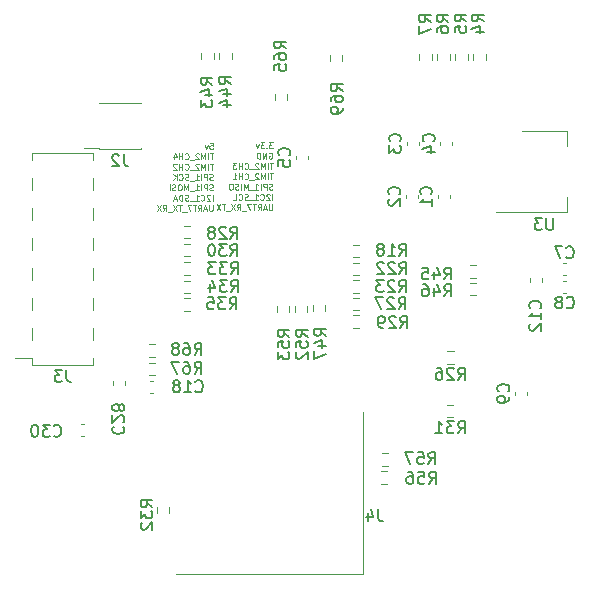
<source format=gbr>
%TF.GenerationSoftware,KiCad,Pcbnew,(5.1.8-0-10_14)*%
%TF.CreationDate,2021-03-06T23:06:48+08:00*%
%TF.ProjectId,upper_board,75707065-725f-4626-9f61-72642e6b6963,v0.1.3*%
%TF.SameCoordinates,Original*%
%TF.FileFunction,Legend,Bot*%
%TF.FilePolarity,Positive*%
%FSLAX46Y46*%
G04 Gerber Fmt 4.6, Leading zero omitted, Abs format (unit mm)*
G04 Created by KiCad (PCBNEW (5.1.8-0-10_14)) date 2021-03-06 23:06:48*
%MOMM*%
%LPD*%
G01*
G04 APERTURE LIST*
%ADD10C,0.125000*%
%ADD11C,0.120000*%
%ADD12C,0.150000*%
G04 APERTURE END LIST*
D10*
X137517321Y-73141190D02*
X137207797Y-73141190D01*
X137374464Y-73331666D01*
X137303035Y-73331666D01*
X137255416Y-73355476D01*
X137231607Y-73379285D01*
X137207797Y-73426904D01*
X137207797Y-73545952D01*
X137231607Y-73593571D01*
X137255416Y-73617380D01*
X137303035Y-73641190D01*
X137445892Y-73641190D01*
X137493511Y-73617380D01*
X137517321Y-73593571D01*
X136993511Y-73593571D02*
X136969702Y-73617380D01*
X136993511Y-73641190D01*
X137017321Y-73617380D01*
X136993511Y-73593571D01*
X136993511Y-73641190D01*
X136803035Y-73141190D02*
X136493511Y-73141190D01*
X136660178Y-73331666D01*
X136588750Y-73331666D01*
X136541130Y-73355476D01*
X136517321Y-73379285D01*
X136493511Y-73426904D01*
X136493511Y-73545952D01*
X136517321Y-73593571D01*
X136541130Y-73617380D01*
X136588750Y-73641190D01*
X136731607Y-73641190D01*
X136779226Y-73617380D01*
X136803035Y-73593571D01*
X136326845Y-73307857D02*
X136207797Y-73641190D01*
X136088750Y-73307857D01*
X137207797Y-74040000D02*
X137255416Y-74016190D01*
X137326845Y-74016190D01*
X137398273Y-74040000D01*
X137445892Y-74087619D01*
X137469702Y-74135238D01*
X137493511Y-74230476D01*
X137493511Y-74301904D01*
X137469702Y-74397142D01*
X137445892Y-74444761D01*
X137398273Y-74492380D01*
X137326845Y-74516190D01*
X137279226Y-74516190D01*
X137207797Y-74492380D01*
X137183988Y-74468571D01*
X137183988Y-74301904D01*
X137279226Y-74301904D01*
X136969702Y-74516190D02*
X136969702Y-74016190D01*
X136683988Y-74516190D01*
X136683988Y-74016190D01*
X136445892Y-74516190D02*
X136445892Y-74016190D01*
X136326845Y-74016190D01*
X136255416Y-74040000D01*
X136207797Y-74087619D01*
X136183988Y-74135238D01*
X136160178Y-74230476D01*
X136160178Y-74301904D01*
X136183988Y-74397142D01*
X136207797Y-74444761D01*
X136255416Y-74492380D01*
X136326845Y-74516190D01*
X136445892Y-74516190D01*
X137541130Y-74891190D02*
X137255416Y-74891190D01*
X137398273Y-75391190D02*
X137398273Y-74891190D01*
X137088750Y-75391190D02*
X137088750Y-74891190D01*
X136850654Y-75391190D02*
X136850654Y-74891190D01*
X136683988Y-75248333D01*
X136517321Y-74891190D01*
X136517321Y-75391190D01*
X136303035Y-74938809D02*
X136279226Y-74915000D01*
X136231607Y-74891190D01*
X136112559Y-74891190D01*
X136064940Y-74915000D01*
X136041130Y-74938809D01*
X136017321Y-74986428D01*
X136017321Y-75034047D01*
X136041130Y-75105476D01*
X136326845Y-75391190D01*
X136017321Y-75391190D01*
X135922083Y-75438809D02*
X135541130Y-75438809D01*
X135136369Y-75343571D02*
X135160178Y-75367380D01*
X135231607Y-75391190D01*
X135279226Y-75391190D01*
X135350654Y-75367380D01*
X135398273Y-75319761D01*
X135422083Y-75272142D01*
X135445892Y-75176904D01*
X135445892Y-75105476D01*
X135422083Y-75010238D01*
X135398273Y-74962619D01*
X135350654Y-74915000D01*
X135279226Y-74891190D01*
X135231607Y-74891190D01*
X135160178Y-74915000D01*
X135136369Y-74938809D01*
X134922083Y-75391190D02*
X134922083Y-74891190D01*
X134922083Y-75129285D02*
X134636369Y-75129285D01*
X134636369Y-75391190D02*
X134636369Y-74891190D01*
X134445892Y-74891190D02*
X134136369Y-74891190D01*
X134303035Y-75081666D01*
X134231607Y-75081666D01*
X134183988Y-75105476D01*
X134160178Y-75129285D01*
X134136369Y-75176904D01*
X134136369Y-75295952D01*
X134160178Y-75343571D01*
X134183988Y-75367380D01*
X134231607Y-75391190D01*
X134374464Y-75391190D01*
X134422083Y-75367380D01*
X134445892Y-75343571D01*
X137541130Y-75766190D02*
X137255416Y-75766190D01*
X137398273Y-76266190D02*
X137398273Y-75766190D01*
X137088750Y-76266190D02*
X137088750Y-75766190D01*
X136850654Y-76266190D02*
X136850654Y-75766190D01*
X136683988Y-76123333D01*
X136517321Y-75766190D01*
X136517321Y-76266190D01*
X136303035Y-75813809D02*
X136279226Y-75790000D01*
X136231607Y-75766190D01*
X136112559Y-75766190D01*
X136064940Y-75790000D01*
X136041130Y-75813809D01*
X136017321Y-75861428D01*
X136017321Y-75909047D01*
X136041130Y-75980476D01*
X136326845Y-76266190D01*
X136017321Y-76266190D01*
X135922083Y-76313809D02*
X135541130Y-76313809D01*
X135136369Y-76218571D02*
X135160178Y-76242380D01*
X135231607Y-76266190D01*
X135279226Y-76266190D01*
X135350654Y-76242380D01*
X135398273Y-76194761D01*
X135422083Y-76147142D01*
X135445892Y-76051904D01*
X135445892Y-75980476D01*
X135422083Y-75885238D01*
X135398273Y-75837619D01*
X135350654Y-75790000D01*
X135279226Y-75766190D01*
X135231607Y-75766190D01*
X135160178Y-75790000D01*
X135136369Y-75813809D01*
X134922083Y-76266190D02*
X134922083Y-75766190D01*
X134922083Y-76004285D02*
X134636369Y-76004285D01*
X134636369Y-76266190D02*
X134636369Y-75766190D01*
X134136369Y-76266190D02*
X134422083Y-76266190D01*
X134279226Y-76266190D02*
X134279226Y-75766190D01*
X134326845Y-75837619D01*
X134374464Y-75885238D01*
X134422083Y-75909047D01*
X137493511Y-77117380D02*
X137422083Y-77141190D01*
X137303035Y-77141190D01*
X137255416Y-77117380D01*
X137231607Y-77093571D01*
X137207797Y-77045952D01*
X137207797Y-76998333D01*
X137231607Y-76950714D01*
X137255416Y-76926904D01*
X137303035Y-76903095D01*
X137398273Y-76879285D01*
X137445892Y-76855476D01*
X137469702Y-76831666D01*
X137493511Y-76784047D01*
X137493511Y-76736428D01*
X137469702Y-76688809D01*
X137445892Y-76665000D01*
X137398273Y-76641190D01*
X137279226Y-76641190D01*
X137207797Y-76665000D01*
X136993511Y-77141190D02*
X136993511Y-76641190D01*
X136803035Y-76641190D01*
X136755416Y-76665000D01*
X136731607Y-76688809D01*
X136707797Y-76736428D01*
X136707797Y-76807857D01*
X136731607Y-76855476D01*
X136755416Y-76879285D01*
X136803035Y-76903095D01*
X136993511Y-76903095D01*
X136493511Y-77141190D02*
X136493511Y-76641190D01*
X135993511Y-77141190D02*
X136279226Y-77141190D01*
X136136369Y-77141190D02*
X136136369Y-76641190D01*
X136183988Y-76712619D01*
X136231607Y-76760238D01*
X136279226Y-76784047D01*
X135898273Y-77188809D02*
X135517321Y-77188809D01*
X135398273Y-77141190D02*
X135398273Y-76641190D01*
X135231607Y-76998333D01*
X135064940Y-76641190D01*
X135064940Y-77141190D01*
X134826845Y-77141190D02*
X134826845Y-76641190D01*
X134612559Y-77117380D02*
X134541130Y-77141190D01*
X134422083Y-77141190D01*
X134374464Y-77117380D01*
X134350654Y-77093571D01*
X134326845Y-77045952D01*
X134326845Y-76998333D01*
X134350654Y-76950714D01*
X134374464Y-76926904D01*
X134422083Y-76903095D01*
X134517321Y-76879285D01*
X134564940Y-76855476D01*
X134588750Y-76831666D01*
X134612559Y-76784047D01*
X134612559Y-76736428D01*
X134588750Y-76688809D01*
X134564940Y-76665000D01*
X134517321Y-76641190D01*
X134398273Y-76641190D01*
X134326845Y-76665000D01*
X134017321Y-76641190D02*
X133922083Y-76641190D01*
X133874464Y-76665000D01*
X133826845Y-76712619D01*
X133803035Y-76807857D01*
X133803035Y-76974523D01*
X133826845Y-77069761D01*
X133874464Y-77117380D01*
X133922083Y-77141190D01*
X134017321Y-77141190D01*
X134064940Y-77117380D01*
X134112559Y-77069761D01*
X134136369Y-76974523D01*
X134136369Y-76807857D01*
X134112559Y-76712619D01*
X134064940Y-76665000D01*
X134017321Y-76641190D01*
X137469702Y-78016190D02*
X137469702Y-77516190D01*
X137255416Y-77563809D02*
X137231607Y-77540000D01*
X137183988Y-77516190D01*
X137064940Y-77516190D01*
X137017321Y-77540000D01*
X136993511Y-77563809D01*
X136969702Y-77611428D01*
X136969702Y-77659047D01*
X136993511Y-77730476D01*
X137279226Y-78016190D01*
X136969702Y-78016190D01*
X136469702Y-77968571D02*
X136493511Y-77992380D01*
X136564940Y-78016190D01*
X136612559Y-78016190D01*
X136683988Y-77992380D01*
X136731607Y-77944761D01*
X136755416Y-77897142D01*
X136779226Y-77801904D01*
X136779226Y-77730476D01*
X136755416Y-77635238D01*
X136731607Y-77587619D01*
X136683988Y-77540000D01*
X136612559Y-77516190D01*
X136564940Y-77516190D01*
X136493511Y-77540000D01*
X136469702Y-77563809D01*
X135993511Y-78016190D02*
X136279226Y-78016190D01*
X136136369Y-78016190D02*
X136136369Y-77516190D01*
X136183988Y-77587619D01*
X136231607Y-77635238D01*
X136279226Y-77659047D01*
X135898273Y-78063809D02*
X135517321Y-78063809D01*
X135422083Y-77992380D02*
X135350654Y-78016190D01*
X135231607Y-78016190D01*
X135183988Y-77992380D01*
X135160178Y-77968571D01*
X135136369Y-77920952D01*
X135136369Y-77873333D01*
X135160178Y-77825714D01*
X135183988Y-77801904D01*
X135231607Y-77778095D01*
X135326845Y-77754285D01*
X135374464Y-77730476D01*
X135398273Y-77706666D01*
X135422083Y-77659047D01*
X135422083Y-77611428D01*
X135398273Y-77563809D01*
X135374464Y-77540000D01*
X135326845Y-77516190D01*
X135207797Y-77516190D01*
X135136369Y-77540000D01*
X134636369Y-77968571D02*
X134660178Y-77992380D01*
X134731607Y-78016190D01*
X134779226Y-78016190D01*
X134850654Y-77992380D01*
X134898273Y-77944761D01*
X134922083Y-77897142D01*
X134945892Y-77801904D01*
X134945892Y-77730476D01*
X134922083Y-77635238D01*
X134898273Y-77587619D01*
X134850654Y-77540000D01*
X134779226Y-77516190D01*
X134731607Y-77516190D01*
X134660178Y-77540000D01*
X134636369Y-77563809D01*
X134183988Y-78016190D02*
X134422083Y-78016190D01*
X134422083Y-77516190D01*
X137469702Y-78391190D02*
X137469702Y-78795952D01*
X137445892Y-78843571D01*
X137422083Y-78867380D01*
X137374464Y-78891190D01*
X137279226Y-78891190D01*
X137231607Y-78867380D01*
X137207797Y-78843571D01*
X137183988Y-78795952D01*
X137183988Y-78391190D01*
X136969702Y-78748333D02*
X136731607Y-78748333D01*
X137017321Y-78891190D02*
X136850654Y-78391190D01*
X136683988Y-78891190D01*
X136231607Y-78891190D02*
X136398273Y-78653095D01*
X136517321Y-78891190D02*
X136517321Y-78391190D01*
X136326845Y-78391190D01*
X136279226Y-78415000D01*
X136255416Y-78438809D01*
X136231607Y-78486428D01*
X136231607Y-78557857D01*
X136255416Y-78605476D01*
X136279226Y-78629285D01*
X136326845Y-78653095D01*
X136517321Y-78653095D01*
X136088750Y-78391190D02*
X135803035Y-78391190D01*
X135945892Y-78891190D02*
X135945892Y-78391190D01*
X135683988Y-78391190D02*
X135350654Y-78391190D01*
X135564940Y-78891190D01*
X135279226Y-78938809D02*
X134898273Y-78938809D01*
X134493511Y-78891190D02*
X134660178Y-78653095D01*
X134779226Y-78891190D02*
X134779226Y-78391190D01*
X134588750Y-78391190D01*
X134541130Y-78415000D01*
X134517321Y-78438809D01*
X134493511Y-78486428D01*
X134493511Y-78557857D01*
X134517321Y-78605476D01*
X134541130Y-78629285D01*
X134588750Y-78653095D01*
X134779226Y-78653095D01*
X134326845Y-78391190D02*
X133993511Y-78891190D01*
X133993511Y-78391190D02*
X134326845Y-78891190D01*
X133922083Y-78938809D02*
X133541130Y-78938809D01*
X133493511Y-78391190D02*
X133207797Y-78391190D01*
X133350654Y-78891190D02*
X133350654Y-78391190D01*
X133088750Y-78391190D02*
X132755416Y-78891190D01*
X132755416Y-78391190D02*
X133088750Y-78891190D01*
X132181607Y-73211190D02*
X132419702Y-73211190D01*
X132443511Y-73449285D01*
X132419702Y-73425476D01*
X132372083Y-73401666D01*
X132253035Y-73401666D01*
X132205416Y-73425476D01*
X132181607Y-73449285D01*
X132157797Y-73496904D01*
X132157797Y-73615952D01*
X132181607Y-73663571D01*
X132205416Y-73687380D01*
X132253035Y-73711190D01*
X132372083Y-73711190D01*
X132419702Y-73687380D01*
X132443511Y-73663571D01*
X131991130Y-73377857D02*
X131872083Y-73711190D01*
X131753035Y-73377857D01*
X132491130Y-74086190D02*
X132205416Y-74086190D01*
X132348273Y-74586190D02*
X132348273Y-74086190D01*
X132038750Y-74586190D02*
X132038750Y-74086190D01*
X131800654Y-74586190D02*
X131800654Y-74086190D01*
X131633988Y-74443333D01*
X131467321Y-74086190D01*
X131467321Y-74586190D01*
X131253035Y-74133809D02*
X131229226Y-74110000D01*
X131181607Y-74086190D01*
X131062559Y-74086190D01*
X131014940Y-74110000D01*
X130991130Y-74133809D01*
X130967321Y-74181428D01*
X130967321Y-74229047D01*
X130991130Y-74300476D01*
X131276845Y-74586190D01*
X130967321Y-74586190D01*
X130872083Y-74633809D02*
X130491130Y-74633809D01*
X130086369Y-74538571D02*
X130110178Y-74562380D01*
X130181607Y-74586190D01*
X130229226Y-74586190D01*
X130300654Y-74562380D01*
X130348273Y-74514761D01*
X130372083Y-74467142D01*
X130395892Y-74371904D01*
X130395892Y-74300476D01*
X130372083Y-74205238D01*
X130348273Y-74157619D01*
X130300654Y-74110000D01*
X130229226Y-74086190D01*
X130181607Y-74086190D01*
X130110178Y-74110000D01*
X130086369Y-74133809D01*
X129872083Y-74586190D02*
X129872083Y-74086190D01*
X129872083Y-74324285D02*
X129586369Y-74324285D01*
X129586369Y-74586190D02*
X129586369Y-74086190D01*
X129133988Y-74252857D02*
X129133988Y-74586190D01*
X129253035Y-74062380D02*
X129372083Y-74419523D01*
X129062559Y-74419523D01*
X132491130Y-74961190D02*
X132205416Y-74961190D01*
X132348273Y-75461190D02*
X132348273Y-74961190D01*
X132038750Y-75461190D02*
X132038750Y-74961190D01*
X131800654Y-75461190D02*
X131800654Y-74961190D01*
X131633988Y-75318333D01*
X131467321Y-74961190D01*
X131467321Y-75461190D01*
X131253035Y-75008809D02*
X131229226Y-74985000D01*
X131181607Y-74961190D01*
X131062559Y-74961190D01*
X131014940Y-74985000D01*
X130991130Y-75008809D01*
X130967321Y-75056428D01*
X130967321Y-75104047D01*
X130991130Y-75175476D01*
X131276845Y-75461190D01*
X130967321Y-75461190D01*
X130872083Y-75508809D02*
X130491130Y-75508809D01*
X130086369Y-75413571D02*
X130110178Y-75437380D01*
X130181607Y-75461190D01*
X130229226Y-75461190D01*
X130300654Y-75437380D01*
X130348273Y-75389761D01*
X130372083Y-75342142D01*
X130395892Y-75246904D01*
X130395892Y-75175476D01*
X130372083Y-75080238D01*
X130348273Y-75032619D01*
X130300654Y-74985000D01*
X130229226Y-74961190D01*
X130181607Y-74961190D01*
X130110178Y-74985000D01*
X130086369Y-75008809D01*
X129872083Y-75461190D02*
X129872083Y-74961190D01*
X129872083Y-75199285D02*
X129586369Y-75199285D01*
X129586369Y-75461190D02*
X129586369Y-74961190D01*
X129372083Y-75008809D02*
X129348273Y-74985000D01*
X129300654Y-74961190D01*
X129181607Y-74961190D01*
X129133988Y-74985000D01*
X129110178Y-75008809D01*
X129086369Y-75056428D01*
X129086369Y-75104047D01*
X129110178Y-75175476D01*
X129395892Y-75461190D01*
X129086369Y-75461190D01*
X132443511Y-76312380D02*
X132372083Y-76336190D01*
X132253035Y-76336190D01*
X132205416Y-76312380D01*
X132181607Y-76288571D01*
X132157797Y-76240952D01*
X132157797Y-76193333D01*
X132181607Y-76145714D01*
X132205416Y-76121904D01*
X132253035Y-76098095D01*
X132348273Y-76074285D01*
X132395892Y-76050476D01*
X132419702Y-76026666D01*
X132443511Y-75979047D01*
X132443511Y-75931428D01*
X132419702Y-75883809D01*
X132395892Y-75860000D01*
X132348273Y-75836190D01*
X132229226Y-75836190D01*
X132157797Y-75860000D01*
X131943511Y-76336190D02*
X131943511Y-75836190D01*
X131753035Y-75836190D01*
X131705416Y-75860000D01*
X131681607Y-75883809D01*
X131657797Y-75931428D01*
X131657797Y-76002857D01*
X131681607Y-76050476D01*
X131705416Y-76074285D01*
X131753035Y-76098095D01*
X131943511Y-76098095D01*
X131443511Y-76336190D02*
X131443511Y-75836190D01*
X130943511Y-76336190D02*
X131229226Y-76336190D01*
X131086369Y-76336190D02*
X131086369Y-75836190D01*
X131133988Y-75907619D01*
X131181607Y-75955238D01*
X131229226Y-75979047D01*
X130848273Y-76383809D02*
X130467321Y-76383809D01*
X130372083Y-76312380D02*
X130300654Y-76336190D01*
X130181607Y-76336190D01*
X130133988Y-76312380D01*
X130110178Y-76288571D01*
X130086369Y-76240952D01*
X130086369Y-76193333D01*
X130110178Y-76145714D01*
X130133988Y-76121904D01*
X130181607Y-76098095D01*
X130276845Y-76074285D01*
X130324464Y-76050476D01*
X130348273Y-76026666D01*
X130372083Y-75979047D01*
X130372083Y-75931428D01*
X130348273Y-75883809D01*
X130324464Y-75860000D01*
X130276845Y-75836190D01*
X130157797Y-75836190D01*
X130086369Y-75860000D01*
X129586369Y-76288571D02*
X129610178Y-76312380D01*
X129681607Y-76336190D01*
X129729226Y-76336190D01*
X129800654Y-76312380D01*
X129848273Y-76264761D01*
X129872083Y-76217142D01*
X129895892Y-76121904D01*
X129895892Y-76050476D01*
X129872083Y-75955238D01*
X129848273Y-75907619D01*
X129800654Y-75860000D01*
X129729226Y-75836190D01*
X129681607Y-75836190D01*
X129610178Y-75860000D01*
X129586369Y-75883809D01*
X129372083Y-76336190D02*
X129372083Y-75836190D01*
X129086369Y-76336190D02*
X129300654Y-76050476D01*
X129086369Y-75836190D02*
X129372083Y-76121904D01*
X132443511Y-77187380D02*
X132372083Y-77211190D01*
X132253035Y-77211190D01*
X132205416Y-77187380D01*
X132181607Y-77163571D01*
X132157797Y-77115952D01*
X132157797Y-77068333D01*
X132181607Y-77020714D01*
X132205416Y-76996904D01*
X132253035Y-76973095D01*
X132348273Y-76949285D01*
X132395892Y-76925476D01*
X132419702Y-76901666D01*
X132443511Y-76854047D01*
X132443511Y-76806428D01*
X132419702Y-76758809D01*
X132395892Y-76735000D01*
X132348273Y-76711190D01*
X132229226Y-76711190D01*
X132157797Y-76735000D01*
X131943511Y-77211190D02*
X131943511Y-76711190D01*
X131753035Y-76711190D01*
X131705416Y-76735000D01*
X131681607Y-76758809D01*
X131657797Y-76806428D01*
X131657797Y-76877857D01*
X131681607Y-76925476D01*
X131705416Y-76949285D01*
X131753035Y-76973095D01*
X131943511Y-76973095D01*
X131443511Y-77211190D02*
X131443511Y-76711190D01*
X130943511Y-77211190D02*
X131229226Y-77211190D01*
X131086369Y-77211190D02*
X131086369Y-76711190D01*
X131133988Y-76782619D01*
X131181607Y-76830238D01*
X131229226Y-76854047D01*
X130848273Y-77258809D02*
X130467321Y-77258809D01*
X130348273Y-77211190D02*
X130348273Y-76711190D01*
X130181607Y-77068333D01*
X130014940Y-76711190D01*
X130014940Y-77211190D01*
X129681607Y-76711190D02*
X129586369Y-76711190D01*
X129538750Y-76735000D01*
X129491130Y-76782619D01*
X129467321Y-76877857D01*
X129467321Y-77044523D01*
X129491130Y-77139761D01*
X129538750Y-77187380D01*
X129586369Y-77211190D01*
X129681607Y-77211190D01*
X129729226Y-77187380D01*
X129776845Y-77139761D01*
X129800654Y-77044523D01*
X129800654Y-76877857D01*
X129776845Y-76782619D01*
X129729226Y-76735000D01*
X129681607Y-76711190D01*
X129276845Y-77187380D02*
X129205416Y-77211190D01*
X129086369Y-77211190D01*
X129038750Y-77187380D01*
X129014940Y-77163571D01*
X128991130Y-77115952D01*
X128991130Y-77068333D01*
X129014940Y-77020714D01*
X129038750Y-76996904D01*
X129086369Y-76973095D01*
X129181607Y-76949285D01*
X129229226Y-76925476D01*
X129253035Y-76901666D01*
X129276845Y-76854047D01*
X129276845Y-76806428D01*
X129253035Y-76758809D01*
X129229226Y-76735000D01*
X129181607Y-76711190D01*
X129062559Y-76711190D01*
X128991130Y-76735000D01*
X128776845Y-77211190D02*
X128776845Y-76711190D01*
X132419702Y-78086190D02*
X132419702Y-77586190D01*
X132205416Y-77633809D02*
X132181607Y-77610000D01*
X132133988Y-77586190D01*
X132014940Y-77586190D01*
X131967321Y-77610000D01*
X131943511Y-77633809D01*
X131919702Y-77681428D01*
X131919702Y-77729047D01*
X131943511Y-77800476D01*
X132229226Y-78086190D01*
X131919702Y-78086190D01*
X131419702Y-78038571D02*
X131443511Y-78062380D01*
X131514940Y-78086190D01*
X131562559Y-78086190D01*
X131633988Y-78062380D01*
X131681607Y-78014761D01*
X131705416Y-77967142D01*
X131729226Y-77871904D01*
X131729226Y-77800476D01*
X131705416Y-77705238D01*
X131681607Y-77657619D01*
X131633988Y-77610000D01*
X131562559Y-77586190D01*
X131514940Y-77586190D01*
X131443511Y-77610000D01*
X131419702Y-77633809D01*
X130943511Y-78086190D02*
X131229226Y-78086190D01*
X131086369Y-78086190D02*
X131086369Y-77586190D01*
X131133988Y-77657619D01*
X131181607Y-77705238D01*
X131229226Y-77729047D01*
X130848273Y-78133809D02*
X130467321Y-78133809D01*
X130372083Y-78062380D02*
X130300654Y-78086190D01*
X130181607Y-78086190D01*
X130133988Y-78062380D01*
X130110178Y-78038571D01*
X130086369Y-77990952D01*
X130086369Y-77943333D01*
X130110178Y-77895714D01*
X130133988Y-77871904D01*
X130181607Y-77848095D01*
X130276845Y-77824285D01*
X130324464Y-77800476D01*
X130348273Y-77776666D01*
X130372083Y-77729047D01*
X130372083Y-77681428D01*
X130348273Y-77633809D01*
X130324464Y-77610000D01*
X130276845Y-77586190D01*
X130157797Y-77586190D01*
X130086369Y-77610000D01*
X129872083Y-78086190D02*
X129872083Y-77586190D01*
X129753035Y-77586190D01*
X129681607Y-77610000D01*
X129633988Y-77657619D01*
X129610178Y-77705238D01*
X129586369Y-77800476D01*
X129586369Y-77871904D01*
X129610178Y-77967142D01*
X129633988Y-78014761D01*
X129681607Y-78062380D01*
X129753035Y-78086190D01*
X129872083Y-78086190D01*
X129395892Y-77943333D02*
X129157797Y-77943333D01*
X129443511Y-78086190D02*
X129276845Y-77586190D01*
X129110178Y-78086190D01*
X132419702Y-78461190D02*
X132419702Y-78865952D01*
X132395892Y-78913571D01*
X132372083Y-78937380D01*
X132324464Y-78961190D01*
X132229226Y-78961190D01*
X132181607Y-78937380D01*
X132157797Y-78913571D01*
X132133988Y-78865952D01*
X132133988Y-78461190D01*
X131919702Y-78818333D02*
X131681607Y-78818333D01*
X131967321Y-78961190D02*
X131800654Y-78461190D01*
X131633988Y-78961190D01*
X131181607Y-78961190D02*
X131348273Y-78723095D01*
X131467321Y-78961190D02*
X131467321Y-78461190D01*
X131276845Y-78461190D01*
X131229226Y-78485000D01*
X131205416Y-78508809D01*
X131181607Y-78556428D01*
X131181607Y-78627857D01*
X131205416Y-78675476D01*
X131229226Y-78699285D01*
X131276845Y-78723095D01*
X131467321Y-78723095D01*
X131038750Y-78461190D02*
X130753035Y-78461190D01*
X130895892Y-78961190D02*
X130895892Y-78461190D01*
X130633988Y-78461190D02*
X130300654Y-78461190D01*
X130514940Y-78961190D01*
X130229226Y-79008809D02*
X129848273Y-79008809D01*
X129800654Y-78461190D02*
X129514940Y-78461190D01*
X129657797Y-78961190D02*
X129657797Y-78461190D01*
X129395892Y-78461190D02*
X129062559Y-78961190D01*
X129062559Y-78461190D02*
X129395892Y-78961190D01*
X128991130Y-79008809D02*
X128610178Y-79008809D01*
X128205416Y-78961190D02*
X128372083Y-78723095D01*
X128491130Y-78961190D02*
X128491130Y-78461190D01*
X128300654Y-78461190D01*
X128253035Y-78485000D01*
X128229226Y-78508809D01*
X128205416Y-78556428D01*
X128205416Y-78627857D01*
X128229226Y-78675476D01*
X128253035Y-78699285D01*
X128300654Y-78723095D01*
X128491130Y-78723095D01*
X128038750Y-78461190D02*
X127705416Y-78961190D01*
X127705416Y-78461190D02*
X128038750Y-78961190D01*
D11*
%TO.C,J4*%
X145186400Y-109715300D02*
X129286000Y-109715300D01*
X145186400Y-95948500D02*
X145186400Y-109715300D01*
%TO.C,U3*%
X156389900Y-79013100D02*
X162399900Y-79013100D01*
X158639900Y-72193100D02*
X162399900Y-72193100D01*
X162399900Y-79013100D02*
X162399900Y-77753100D01*
X162399900Y-72193100D02*
X162399900Y-73453100D01*
%TO.C,R69*%
X142339800Y-66231224D02*
X142339800Y-65721776D01*
X143384800Y-66231224D02*
X143384800Y-65721776D01*
%TO.C,R68*%
X126999276Y-90257100D02*
X127508724Y-90257100D01*
X126999276Y-91302100D02*
X127508724Y-91302100D01*
%TO.C,R67*%
X126999276Y-91806500D02*
X127508724Y-91806500D01*
X126999276Y-92851500D02*
X127508724Y-92851500D01*
%TO.C,R65*%
X137678900Y-69558624D02*
X137678900Y-69049176D01*
X138723900Y-69558624D02*
X138723900Y-69049176D01*
%TO.C,R57*%
X146726976Y-99468200D02*
X147236424Y-99468200D01*
X146726976Y-100513200D02*
X147236424Y-100513200D01*
%TO.C,R56*%
X146714276Y-100992200D02*
X147223724Y-100992200D01*
X146714276Y-102037200D02*
X147223724Y-102037200D01*
%TO.C,R53*%
X138901700Y-86981576D02*
X138901700Y-87491024D01*
X137856700Y-86981576D02*
X137856700Y-87491024D01*
%TO.C,R52*%
X140413000Y-86981576D02*
X140413000Y-87491024D01*
X139368000Y-86981576D02*
X139368000Y-87491024D01*
%TO.C,R47*%
X141949700Y-86943476D02*
X141949700Y-87452924D01*
X140904700Y-86943476D02*
X140904700Y-87452924D01*
%TO.C,R46*%
X154762924Y-86107800D02*
X154253476Y-86107800D01*
X154762924Y-85062800D02*
X154253476Y-85062800D01*
%TO.C,R45*%
X154762924Y-84609200D02*
X154253476Y-84609200D01*
X154762924Y-83564200D02*
X154253476Y-83564200D01*
%TO.C,R44*%
X134024900Y-65594776D02*
X134024900Y-66104224D01*
X132979900Y-65594776D02*
X132979900Y-66104224D01*
%TO.C,R43*%
X132526300Y-65594776D02*
X132526300Y-66104224D01*
X131481300Y-65594776D02*
X131481300Y-66104224D01*
%TO.C,R35*%
X130021876Y-86345500D02*
X130531324Y-86345500D01*
X130021876Y-87390500D02*
X130531324Y-87390500D01*
%TO.C,R34*%
X129971076Y-84850075D02*
X130480524Y-84850075D01*
X129971076Y-85895075D02*
X130480524Y-85895075D01*
%TO.C,R33*%
X129971076Y-83303850D02*
X130480524Y-83303850D01*
X129971076Y-84348850D02*
X130480524Y-84348850D01*
%TO.C,R32*%
X127696700Y-104509024D02*
X127696700Y-103999576D01*
X128741700Y-104509024D02*
X128741700Y-103999576D01*
%TO.C,R31*%
X152297676Y-95375200D02*
X152807124Y-95375200D01*
X152297676Y-96420200D02*
X152807124Y-96420200D01*
%TO.C,R30*%
X129971076Y-81757625D02*
X130480524Y-81757625D01*
X129971076Y-82802625D02*
X130480524Y-82802625D01*
%TO.C,R29*%
X144283976Y-87806000D02*
X144793424Y-87806000D01*
X144283976Y-88851000D02*
X144793424Y-88851000D01*
%TO.C,R28*%
X129971076Y-80211400D02*
X130480524Y-80211400D01*
X129971076Y-81256400D02*
X130480524Y-81256400D01*
%TO.C,R27*%
X144283976Y-86313750D02*
X144793424Y-86313750D01*
X144283976Y-87358750D02*
X144793424Y-87358750D01*
%TO.C,R26*%
X152310376Y-90841300D02*
X152819824Y-90841300D01*
X152310376Y-91886300D02*
X152819824Y-91886300D01*
%TO.C,R23*%
X144283976Y-84821500D02*
X144793424Y-84821500D01*
X144283976Y-85866500D02*
X144793424Y-85866500D01*
%TO.C,R22*%
X144283976Y-83329250D02*
X144793424Y-83329250D01*
X144283976Y-84374250D02*
X144793424Y-84374250D01*
%TO.C,R18*%
X144283976Y-81837000D02*
X144793424Y-81837000D01*
X144283976Y-82882000D02*
X144793424Y-82882000D01*
%TO.C,R7*%
X150966700Y-65689476D02*
X150966700Y-66198924D01*
X149921700Y-65689476D02*
X149921700Y-66198924D01*
%TO.C,R6*%
X152490700Y-65689476D02*
X152490700Y-66198924D01*
X151445700Y-65689476D02*
X151445700Y-66198924D01*
%TO.C,R5*%
X154014700Y-65689476D02*
X154014700Y-66198924D01*
X152969700Y-65689476D02*
X152969700Y-66198924D01*
%TO.C,R4*%
X155551400Y-65689476D02*
X155551400Y-66198924D01*
X154506400Y-65689476D02*
X154506400Y-66198924D01*
%TO.C,J3*%
X122310200Y-77179900D02*
X122310200Y-76159900D01*
X117110200Y-77179900D02*
X117110200Y-76159900D01*
X122310200Y-79719900D02*
X122310200Y-78699900D01*
X117110200Y-79719900D02*
X117110200Y-78699900D01*
X122310200Y-82259900D02*
X122310200Y-81239900D01*
X117110200Y-82259900D02*
X117110200Y-81239900D01*
X122310200Y-84799900D02*
X122310200Y-83779900D01*
X117110200Y-84799900D02*
X117110200Y-83779900D01*
X122310200Y-87339900D02*
X122310200Y-86319900D01*
X117110200Y-87339900D02*
X117110200Y-86319900D01*
X122310200Y-89879900D02*
X122310200Y-88859900D01*
X117110200Y-89879900D02*
X117110200Y-88859900D01*
X122310200Y-74639900D02*
X122310200Y-74069900D01*
X117110200Y-74639900D02*
X117110200Y-74069900D01*
X122310200Y-91969900D02*
X122310200Y-91399900D01*
X117110200Y-91969900D02*
X117110200Y-91399900D01*
X115670200Y-91399900D02*
X117110200Y-91399900D01*
X117110200Y-74069900D02*
X122310200Y-74069900D01*
X117110200Y-91969900D02*
X122310200Y-91969900D01*
%TO.C,C30*%
X121278433Y-97000600D02*
X121570967Y-97000600D01*
X121278433Y-98020600D02*
X121570967Y-98020600D01*
%TO.C,C28*%
X123988100Y-93681767D02*
X123988100Y-93389233D01*
X125008100Y-93681767D02*
X125008100Y-93389233D01*
%TO.C,C18*%
X127400267Y-94401100D02*
X127107733Y-94401100D01*
X127400267Y-93381100D02*
X127107733Y-93381100D01*
%TO.C,C12*%
X160301400Y-84638933D02*
X160301400Y-84931467D01*
X159281400Y-84638933D02*
X159281400Y-84931467D01*
%TO.C,C9*%
X159031400Y-94252833D02*
X159031400Y-94545367D01*
X158011400Y-94252833D02*
X158011400Y-94545367D01*
%TO.C,C8*%
X162376067Y-85879400D02*
X162083533Y-85879400D01*
X162376067Y-84859400D02*
X162083533Y-84859400D01*
%TO.C,C7*%
X162376067Y-84355400D02*
X162083533Y-84355400D01*
X162376067Y-83335400D02*
X162083533Y-83335400D01*
%TO.C,C5*%
X140476700Y-74275733D02*
X140476700Y-74568267D01*
X139456700Y-74275733D02*
X139456700Y-74568267D01*
%TO.C,C4*%
X152706800Y-73094633D02*
X152706800Y-73387167D01*
X151686800Y-73094633D02*
X151686800Y-73387167D01*
%TO.C,C3*%
X149862000Y-73094633D02*
X149862000Y-73387167D01*
X148842000Y-73094633D02*
X148842000Y-73387167D01*
%TO.C,C2*%
X149785800Y-77578833D02*
X149785800Y-77871367D01*
X148765800Y-77578833D02*
X148765800Y-77871367D01*
%TO.C,C1*%
X152490900Y-77578833D02*
X152490900Y-77871367D01*
X151470900Y-77578833D02*
X151470900Y-77871367D01*
%TO.C,J2*%
X122822000Y-73720000D02*
X126352000Y-73720000D01*
X122822000Y-69790000D02*
X126352000Y-69790000D01*
X121497000Y-73655000D02*
X122822000Y-73655000D01*
X122822000Y-73720000D02*
X122822000Y-73655000D01*
X126352000Y-73720000D02*
X126352000Y-73655000D01*
X122822000Y-69855000D02*
X122822000Y-69790000D01*
X126352000Y-69855000D02*
X126352000Y-69790000D01*
%TO.C,J4*%
D12*
X146463333Y-104222380D02*
X146463333Y-104936666D01*
X146510952Y-105079523D01*
X146606190Y-105174761D01*
X146749047Y-105222380D01*
X146844285Y-105222380D01*
X145558571Y-104555714D02*
X145558571Y-105222380D01*
X145796666Y-104174761D02*
X146034761Y-104889047D01*
X145415714Y-104889047D01*
%TO.C,U3*%
X161251804Y-79555480D02*
X161251804Y-80365004D01*
X161204185Y-80460242D01*
X161156566Y-80507861D01*
X161061328Y-80555480D01*
X160870852Y-80555480D01*
X160775614Y-80507861D01*
X160727995Y-80460242D01*
X160680376Y-80365004D01*
X160680376Y-79555480D01*
X160299423Y-79555480D02*
X159680376Y-79555480D01*
X160013709Y-79936433D01*
X159870852Y-79936433D01*
X159775614Y-79984052D01*
X159727995Y-80031671D01*
X159680376Y-80126909D01*
X159680376Y-80365004D01*
X159727995Y-80460242D01*
X159775614Y-80507861D01*
X159870852Y-80555480D01*
X160156566Y-80555480D01*
X160251804Y-80507861D01*
X160299423Y-80460242D01*
%TO.C,R69*%
X143422380Y-68807142D02*
X142946190Y-68473809D01*
X143422380Y-68235714D02*
X142422380Y-68235714D01*
X142422380Y-68616666D01*
X142470000Y-68711904D01*
X142517619Y-68759523D01*
X142612857Y-68807142D01*
X142755714Y-68807142D01*
X142850952Y-68759523D01*
X142898571Y-68711904D01*
X142946190Y-68616666D01*
X142946190Y-68235714D01*
X142422380Y-69664285D02*
X142422380Y-69473809D01*
X142470000Y-69378571D01*
X142517619Y-69330952D01*
X142660476Y-69235714D01*
X142850952Y-69188095D01*
X143231904Y-69188095D01*
X143327142Y-69235714D01*
X143374761Y-69283333D01*
X143422380Y-69378571D01*
X143422380Y-69569047D01*
X143374761Y-69664285D01*
X143327142Y-69711904D01*
X143231904Y-69759523D01*
X142993809Y-69759523D01*
X142898571Y-69711904D01*
X142850952Y-69664285D01*
X142803333Y-69569047D01*
X142803333Y-69378571D01*
X142850952Y-69283333D01*
X142898571Y-69235714D01*
X142993809Y-69188095D01*
X143422380Y-70235714D02*
X143422380Y-70426190D01*
X143374761Y-70521428D01*
X143327142Y-70569047D01*
X143184285Y-70664285D01*
X142993809Y-70711904D01*
X142612857Y-70711904D01*
X142517619Y-70664285D01*
X142470000Y-70616666D01*
X142422380Y-70521428D01*
X142422380Y-70330952D01*
X142470000Y-70235714D01*
X142517619Y-70188095D01*
X142612857Y-70140476D01*
X142850952Y-70140476D01*
X142946190Y-70188095D01*
X142993809Y-70235714D01*
X143041428Y-70330952D01*
X143041428Y-70521428D01*
X142993809Y-70616666D01*
X142946190Y-70664285D01*
X142850952Y-70711904D01*
%TO.C,R68*%
X130892857Y-91152380D02*
X131226190Y-90676190D01*
X131464285Y-91152380D02*
X131464285Y-90152380D01*
X131083333Y-90152380D01*
X130988095Y-90200000D01*
X130940476Y-90247619D01*
X130892857Y-90342857D01*
X130892857Y-90485714D01*
X130940476Y-90580952D01*
X130988095Y-90628571D01*
X131083333Y-90676190D01*
X131464285Y-90676190D01*
X130035714Y-90152380D02*
X130226190Y-90152380D01*
X130321428Y-90200000D01*
X130369047Y-90247619D01*
X130464285Y-90390476D01*
X130511904Y-90580952D01*
X130511904Y-90961904D01*
X130464285Y-91057142D01*
X130416666Y-91104761D01*
X130321428Y-91152380D01*
X130130952Y-91152380D01*
X130035714Y-91104761D01*
X129988095Y-91057142D01*
X129940476Y-90961904D01*
X129940476Y-90723809D01*
X129988095Y-90628571D01*
X130035714Y-90580952D01*
X130130952Y-90533333D01*
X130321428Y-90533333D01*
X130416666Y-90580952D01*
X130464285Y-90628571D01*
X130511904Y-90723809D01*
X129369047Y-90580952D02*
X129464285Y-90533333D01*
X129511904Y-90485714D01*
X129559523Y-90390476D01*
X129559523Y-90342857D01*
X129511904Y-90247619D01*
X129464285Y-90200000D01*
X129369047Y-90152380D01*
X129178571Y-90152380D01*
X129083333Y-90200000D01*
X129035714Y-90247619D01*
X128988095Y-90342857D01*
X128988095Y-90390476D01*
X129035714Y-90485714D01*
X129083333Y-90533333D01*
X129178571Y-90580952D01*
X129369047Y-90580952D01*
X129464285Y-90628571D01*
X129511904Y-90676190D01*
X129559523Y-90771428D01*
X129559523Y-90961904D01*
X129511904Y-91057142D01*
X129464285Y-91104761D01*
X129369047Y-91152380D01*
X129178571Y-91152380D01*
X129083333Y-91104761D01*
X129035714Y-91057142D01*
X128988095Y-90961904D01*
X128988095Y-90771428D01*
X129035714Y-90676190D01*
X129083333Y-90628571D01*
X129178571Y-90580952D01*
%TO.C,R67*%
X130892857Y-92732380D02*
X131226190Y-92256190D01*
X131464285Y-92732380D02*
X131464285Y-91732380D01*
X131083333Y-91732380D01*
X130988095Y-91780000D01*
X130940476Y-91827619D01*
X130892857Y-91922857D01*
X130892857Y-92065714D01*
X130940476Y-92160952D01*
X130988095Y-92208571D01*
X131083333Y-92256190D01*
X131464285Y-92256190D01*
X130035714Y-91732380D02*
X130226190Y-91732380D01*
X130321428Y-91780000D01*
X130369047Y-91827619D01*
X130464285Y-91970476D01*
X130511904Y-92160952D01*
X130511904Y-92541904D01*
X130464285Y-92637142D01*
X130416666Y-92684761D01*
X130321428Y-92732380D01*
X130130952Y-92732380D01*
X130035714Y-92684761D01*
X129988095Y-92637142D01*
X129940476Y-92541904D01*
X129940476Y-92303809D01*
X129988095Y-92208571D01*
X130035714Y-92160952D01*
X130130952Y-92113333D01*
X130321428Y-92113333D01*
X130416666Y-92160952D01*
X130464285Y-92208571D01*
X130511904Y-92303809D01*
X129607142Y-91732380D02*
X128940476Y-91732380D01*
X129369047Y-92732380D01*
%TO.C,R65*%
X138652380Y-65197142D02*
X138176190Y-64863809D01*
X138652380Y-64625714D02*
X137652380Y-64625714D01*
X137652380Y-65006666D01*
X137700000Y-65101904D01*
X137747619Y-65149523D01*
X137842857Y-65197142D01*
X137985714Y-65197142D01*
X138080952Y-65149523D01*
X138128571Y-65101904D01*
X138176190Y-65006666D01*
X138176190Y-64625714D01*
X137652380Y-66054285D02*
X137652380Y-65863809D01*
X137700000Y-65768571D01*
X137747619Y-65720952D01*
X137890476Y-65625714D01*
X138080952Y-65578095D01*
X138461904Y-65578095D01*
X138557142Y-65625714D01*
X138604761Y-65673333D01*
X138652380Y-65768571D01*
X138652380Y-65959047D01*
X138604761Y-66054285D01*
X138557142Y-66101904D01*
X138461904Y-66149523D01*
X138223809Y-66149523D01*
X138128571Y-66101904D01*
X138080952Y-66054285D01*
X138033333Y-65959047D01*
X138033333Y-65768571D01*
X138080952Y-65673333D01*
X138128571Y-65625714D01*
X138223809Y-65578095D01*
X137652380Y-67054285D02*
X137652380Y-66578095D01*
X138128571Y-66530476D01*
X138080952Y-66578095D01*
X138033333Y-66673333D01*
X138033333Y-66911428D01*
X138080952Y-67006666D01*
X138128571Y-67054285D01*
X138223809Y-67101904D01*
X138461904Y-67101904D01*
X138557142Y-67054285D01*
X138604761Y-67006666D01*
X138652380Y-66911428D01*
X138652380Y-66673333D01*
X138604761Y-66578095D01*
X138557142Y-66530476D01*
%TO.C,R57*%
X150692857Y-100372380D02*
X151026190Y-99896190D01*
X151264285Y-100372380D02*
X151264285Y-99372380D01*
X150883333Y-99372380D01*
X150788095Y-99420000D01*
X150740476Y-99467619D01*
X150692857Y-99562857D01*
X150692857Y-99705714D01*
X150740476Y-99800952D01*
X150788095Y-99848571D01*
X150883333Y-99896190D01*
X151264285Y-99896190D01*
X149788095Y-99372380D02*
X150264285Y-99372380D01*
X150311904Y-99848571D01*
X150264285Y-99800952D01*
X150169047Y-99753333D01*
X149930952Y-99753333D01*
X149835714Y-99800952D01*
X149788095Y-99848571D01*
X149740476Y-99943809D01*
X149740476Y-100181904D01*
X149788095Y-100277142D01*
X149835714Y-100324761D01*
X149930952Y-100372380D01*
X150169047Y-100372380D01*
X150264285Y-100324761D01*
X150311904Y-100277142D01*
X149407142Y-99372380D02*
X148740476Y-99372380D01*
X149169047Y-100372380D01*
%TO.C,R56*%
X150742857Y-102042380D02*
X151076190Y-101566190D01*
X151314285Y-102042380D02*
X151314285Y-101042380D01*
X150933333Y-101042380D01*
X150838095Y-101090000D01*
X150790476Y-101137619D01*
X150742857Y-101232857D01*
X150742857Y-101375714D01*
X150790476Y-101470952D01*
X150838095Y-101518571D01*
X150933333Y-101566190D01*
X151314285Y-101566190D01*
X149838095Y-101042380D02*
X150314285Y-101042380D01*
X150361904Y-101518571D01*
X150314285Y-101470952D01*
X150219047Y-101423333D01*
X149980952Y-101423333D01*
X149885714Y-101470952D01*
X149838095Y-101518571D01*
X149790476Y-101613809D01*
X149790476Y-101851904D01*
X149838095Y-101947142D01*
X149885714Y-101994761D01*
X149980952Y-102042380D01*
X150219047Y-102042380D01*
X150314285Y-101994761D01*
X150361904Y-101947142D01*
X148933333Y-101042380D02*
X149123809Y-101042380D01*
X149219047Y-101090000D01*
X149266666Y-101137619D01*
X149361904Y-101280476D01*
X149409523Y-101470952D01*
X149409523Y-101851904D01*
X149361904Y-101947142D01*
X149314285Y-101994761D01*
X149219047Y-102042380D01*
X149028571Y-102042380D01*
X148933333Y-101994761D01*
X148885714Y-101947142D01*
X148838095Y-101851904D01*
X148838095Y-101613809D01*
X148885714Y-101518571D01*
X148933333Y-101470952D01*
X149028571Y-101423333D01*
X149219047Y-101423333D01*
X149314285Y-101470952D01*
X149361904Y-101518571D01*
X149409523Y-101613809D01*
%TO.C,R53*%
X138932380Y-89607142D02*
X138456190Y-89273809D01*
X138932380Y-89035714D02*
X137932380Y-89035714D01*
X137932380Y-89416666D01*
X137980000Y-89511904D01*
X138027619Y-89559523D01*
X138122857Y-89607142D01*
X138265714Y-89607142D01*
X138360952Y-89559523D01*
X138408571Y-89511904D01*
X138456190Y-89416666D01*
X138456190Y-89035714D01*
X137932380Y-90511904D02*
X137932380Y-90035714D01*
X138408571Y-89988095D01*
X138360952Y-90035714D01*
X138313333Y-90130952D01*
X138313333Y-90369047D01*
X138360952Y-90464285D01*
X138408571Y-90511904D01*
X138503809Y-90559523D01*
X138741904Y-90559523D01*
X138837142Y-90511904D01*
X138884761Y-90464285D01*
X138932380Y-90369047D01*
X138932380Y-90130952D01*
X138884761Y-90035714D01*
X138837142Y-89988095D01*
X137932380Y-90892857D02*
X137932380Y-91511904D01*
X138313333Y-91178571D01*
X138313333Y-91321428D01*
X138360952Y-91416666D01*
X138408571Y-91464285D01*
X138503809Y-91511904D01*
X138741904Y-91511904D01*
X138837142Y-91464285D01*
X138884761Y-91416666D01*
X138932380Y-91321428D01*
X138932380Y-91035714D01*
X138884761Y-90940476D01*
X138837142Y-90892857D01*
%TO.C,R52*%
X140462380Y-89587142D02*
X139986190Y-89253809D01*
X140462380Y-89015714D02*
X139462380Y-89015714D01*
X139462380Y-89396666D01*
X139510000Y-89491904D01*
X139557619Y-89539523D01*
X139652857Y-89587142D01*
X139795714Y-89587142D01*
X139890952Y-89539523D01*
X139938571Y-89491904D01*
X139986190Y-89396666D01*
X139986190Y-89015714D01*
X139462380Y-90491904D02*
X139462380Y-90015714D01*
X139938571Y-89968095D01*
X139890952Y-90015714D01*
X139843333Y-90110952D01*
X139843333Y-90349047D01*
X139890952Y-90444285D01*
X139938571Y-90491904D01*
X140033809Y-90539523D01*
X140271904Y-90539523D01*
X140367142Y-90491904D01*
X140414761Y-90444285D01*
X140462380Y-90349047D01*
X140462380Y-90110952D01*
X140414761Y-90015714D01*
X140367142Y-89968095D01*
X139557619Y-90920476D02*
X139510000Y-90968095D01*
X139462380Y-91063333D01*
X139462380Y-91301428D01*
X139510000Y-91396666D01*
X139557619Y-91444285D01*
X139652857Y-91491904D01*
X139748095Y-91491904D01*
X139890952Y-91444285D01*
X140462380Y-90872857D01*
X140462380Y-91491904D01*
%TO.C,R47*%
X142042380Y-89527142D02*
X141566190Y-89193809D01*
X142042380Y-88955714D02*
X141042380Y-88955714D01*
X141042380Y-89336666D01*
X141090000Y-89431904D01*
X141137619Y-89479523D01*
X141232857Y-89527142D01*
X141375714Y-89527142D01*
X141470952Y-89479523D01*
X141518571Y-89431904D01*
X141566190Y-89336666D01*
X141566190Y-88955714D01*
X141375714Y-90384285D02*
X142042380Y-90384285D01*
X140994761Y-90146190D02*
X141709047Y-89908095D01*
X141709047Y-90527142D01*
X141042380Y-90812857D02*
X141042380Y-91479523D01*
X142042380Y-91050952D01*
%TO.C,R46*%
X152042857Y-86172380D02*
X152376190Y-85696190D01*
X152614285Y-86172380D02*
X152614285Y-85172380D01*
X152233333Y-85172380D01*
X152138095Y-85220000D01*
X152090476Y-85267619D01*
X152042857Y-85362857D01*
X152042857Y-85505714D01*
X152090476Y-85600952D01*
X152138095Y-85648571D01*
X152233333Y-85696190D01*
X152614285Y-85696190D01*
X151185714Y-85505714D02*
X151185714Y-86172380D01*
X151423809Y-85124761D02*
X151661904Y-85839047D01*
X151042857Y-85839047D01*
X150233333Y-85172380D02*
X150423809Y-85172380D01*
X150519047Y-85220000D01*
X150566666Y-85267619D01*
X150661904Y-85410476D01*
X150709523Y-85600952D01*
X150709523Y-85981904D01*
X150661904Y-86077142D01*
X150614285Y-86124761D01*
X150519047Y-86172380D01*
X150328571Y-86172380D01*
X150233333Y-86124761D01*
X150185714Y-86077142D01*
X150138095Y-85981904D01*
X150138095Y-85743809D01*
X150185714Y-85648571D01*
X150233333Y-85600952D01*
X150328571Y-85553333D01*
X150519047Y-85553333D01*
X150614285Y-85600952D01*
X150661904Y-85648571D01*
X150709523Y-85743809D01*
%TO.C,R45*%
X152032857Y-84752380D02*
X152366190Y-84276190D01*
X152604285Y-84752380D02*
X152604285Y-83752380D01*
X152223333Y-83752380D01*
X152128095Y-83800000D01*
X152080476Y-83847619D01*
X152032857Y-83942857D01*
X152032857Y-84085714D01*
X152080476Y-84180952D01*
X152128095Y-84228571D01*
X152223333Y-84276190D01*
X152604285Y-84276190D01*
X151175714Y-84085714D02*
X151175714Y-84752380D01*
X151413809Y-83704761D02*
X151651904Y-84419047D01*
X151032857Y-84419047D01*
X150175714Y-83752380D02*
X150651904Y-83752380D01*
X150699523Y-84228571D01*
X150651904Y-84180952D01*
X150556666Y-84133333D01*
X150318571Y-84133333D01*
X150223333Y-84180952D01*
X150175714Y-84228571D01*
X150128095Y-84323809D01*
X150128095Y-84561904D01*
X150175714Y-84657142D01*
X150223333Y-84704761D01*
X150318571Y-84752380D01*
X150556666Y-84752380D01*
X150651904Y-84704761D01*
X150699523Y-84657142D01*
%TO.C,R44*%
X133982380Y-68217142D02*
X133506190Y-67883809D01*
X133982380Y-67645714D02*
X132982380Y-67645714D01*
X132982380Y-68026666D01*
X133030000Y-68121904D01*
X133077619Y-68169523D01*
X133172857Y-68217142D01*
X133315714Y-68217142D01*
X133410952Y-68169523D01*
X133458571Y-68121904D01*
X133506190Y-68026666D01*
X133506190Y-67645714D01*
X133315714Y-69074285D02*
X133982380Y-69074285D01*
X132934761Y-68836190D02*
X133649047Y-68598095D01*
X133649047Y-69217142D01*
X133315714Y-70026666D02*
X133982380Y-70026666D01*
X132934761Y-69788571D02*
X133649047Y-69550476D01*
X133649047Y-70169523D01*
%TO.C,R43*%
X132412380Y-68257142D02*
X131936190Y-67923809D01*
X132412380Y-67685714D02*
X131412380Y-67685714D01*
X131412380Y-68066666D01*
X131460000Y-68161904D01*
X131507619Y-68209523D01*
X131602857Y-68257142D01*
X131745714Y-68257142D01*
X131840952Y-68209523D01*
X131888571Y-68161904D01*
X131936190Y-68066666D01*
X131936190Y-67685714D01*
X131745714Y-69114285D02*
X132412380Y-69114285D01*
X131364761Y-68876190D02*
X132079047Y-68638095D01*
X132079047Y-69257142D01*
X131412380Y-69542857D02*
X131412380Y-70161904D01*
X131793333Y-69828571D01*
X131793333Y-69971428D01*
X131840952Y-70066666D01*
X131888571Y-70114285D01*
X131983809Y-70161904D01*
X132221904Y-70161904D01*
X132317142Y-70114285D01*
X132364761Y-70066666D01*
X132412380Y-69971428D01*
X132412380Y-69685714D01*
X132364761Y-69590476D01*
X132317142Y-69542857D01*
%TO.C,R35*%
X133862857Y-87282380D02*
X134196190Y-86806190D01*
X134434285Y-87282380D02*
X134434285Y-86282380D01*
X134053333Y-86282380D01*
X133958095Y-86330000D01*
X133910476Y-86377619D01*
X133862857Y-86472857D01*
X133862857Y-86615714D01*
X133910476Y-86710952D01*
X133958095Y-86758571D01*
X134053333Y-86806190D01*
X134434285Y-86806190D01*
X133529523Y-86282380D02*
X132910476Y-86282380D01*
X133243809Y-86663333D01*
X133100952Y-86663333D01*
X133005714Y-86710952D01*
X132958095Y-86758571D01*
X132910476Y-86853809D01*
X132910476Y-87091904D01*
X132958095Y-87187142D01*
X133005714Y-87234761D01*
X133100952Y-87282380D01*
X133386666Y-87282380D01*
X133481904Y-87234761D01*
X133529523Y-87187142D01*
X132005714Y-86282380D02*
X132481904Y-86282380D01*
X132529523Y-86758571D01*
X132481904Y-86710952D01*
X132386666Y-86663333D01*
X132148571Y-86663333D01*
X132053333Y-86710952D01*
X132005714Y-86758571D01*
X131958095Y-86853809D01*
X131958095Y-87091904D01*
X132005714Y-87187142D01*
X132053333Y-87234761D01*
X132148571Y-87282380D01*
X132386666Y-87282380D01*
X132481904Y-87234761D01*
X132529523Y-87187142D01*
%TO.C,R34*%
X133972857Y-85822380D02*
X134306190Y-85346190D01*
X134544285Y-85822380D02*
X134544285Y-84822380D01*
X134163333Y-84822380D01*
X134068095Y-84870000D01*
X134020476Y-84917619D01*
X133972857Y-85012857D01*
X133972857Y-85155714D01*
X134020476Y-85250952D01*
X134068095Y-85298571D01*
X134163333Y-85346190D01*
X134544285Y-85346190D01*
X133639523Y-84822380D02*
X133020476Y-84822380D01*
X133353809Y-85203333D01*
X133210952Y-85203333D01*
X133115714Y-85250952D01*
X133068095Y-85298571D01*
X133020476Y-85393809D01*
X133020476Y-85631904D01*
X133068095Y-85727142D01*
X133115714Y-85774761D01*
X133210952Y-85822380D01*
X133496666Y-85822380D01*
X133591904Y-85774761D01*
X133639523Y-85727142D01*
X132163333Y-85155714D02*
X132163333Y-85822380D01*
X132401428Y-84774761D02*
X132639523Y-85489047D01*
X132020476Y-85489047D01*
%TO.C,R33*%
X133962857Y-84302380D02*
X134296190Y-83826190D01*
X134534285Y-84302380D02*
X134534285Y-83302380D01*
X134153333Y-83302380D01*
X134058095Y-83350000D01*
X134010476Y-83397619D01*
X133962857Y-83492857D01*
X133962857Y-83635714D01*
X134010476Y-83730952D01*
X134058095Y-83778571D01*
X134153333Y-83826190D01*
X134534285Y-83826190D01*
X133629523Y-83302380D02*
X133010476Y-83302380D01*
X133343809Y-83683333D01*
X133200952Y-83683333D01*
X133105714Y-83730952D01*
X133058095Y-83778571D01*
X133010476Y-83873809D01*
X133010476Y-84111904D01*
X133058095Y-84207142D01*
X133105714Y-84254761D01*
X133200952Y-84302380D01*
X133486666Y-84302380D01*
X133581904Y-84254761D01*
X133629523Y-84207142D01*
X132677142Y-83302380D02*
X132058095Y-83302380D01*
X132391428Y-83683333D01*
X132248571Y-83683333D01*
X132153333Y-83730952D01*
X132105714Y-83778571D01*
X132058095Y-83873809D01*
X132058095Y-84111904D01*
X132105714Y-84207142D01*
X132153333Y-84254761D01*
X132248571Y-84302380D01*
X132534285Y-84302380D01*
X132629523Y-84254761D01*
X132677142Y-84207142D01*
%TO.C,R32*%
X127322380Y-104027142D02*
X126846190Y-103693809D01*
X127322380Y-103455714D02*
X126322380Y-103455714D01*
X126322380Y-103836666D01*
X126370000Y-103931904D01*
X126417619Y-103979523D01*
X126512857Y-104027142D01*
X126655714Y-104027142D01*
X126750952Y-103979523D01*
X126798571Y-103931904D01*
X126846190Y-103836666D01*
X126846190Y-103455714D01*
X126322380Y-104360476D02*
X126322380Y-104979523D01*
X126703333Y-104646190D01*
X126703333Y-104789047D01*
X126750952Y-104884285D01*
X126798571Y-104931904D01*
X126893809Y-104979523D01*
X127131904Y-104979523D01*
X127227142Y-104931904D01*
X127274761Y-104884285D01*
X127322380Y-104789047D01*
X127322380Y-104503333D01*
X127274761Y-104408095D01*
X127227142Y-104360476D01*
X126417619Y-105360476D02*
X126370000Y-105408095D01*
X126322380Y-105503333D01*
X126322380Y-105741428D01*
X126370000Y-105836666D01*
X126417619Y-105884285D01*
X126512857Y-105931904D01*
X126608095Y-105931904D01*
X126750952Y-105884285D01*
X127322380Y-105312857D01*
X127322380Y-105931904D01*
%TO.C,R31*%
X153195257Y-97780080D02*
X153528590Y-97303890D01*
X153766685Y-97780080D02*
X153766685Y-96780080D01*
X153385733Y-96780080D01*
X153290495Y-96827700D01*
X153242876Y-96875319D01*
X153195257Y-96970557D01*
X153195257Y-97113414D01*
X153242876Y-97208652D01*
X153290495Y-97256271D01*
X153385733Y-97303890D01*
X153766685Y-97303890D01*
X152861923Y-96780080D02*
X152242876Y-96780080D01*
X152576209Y-97161033D01*
X152433352Y-97161033D01*
X152338114Y-97208652D01*
X152290495Y-97256271D01*
X152242876Y-97351509D01*
X152242876Y-97589604D01*
X152290495Y-97684842D01*
X152338114Y-97732461D01*
X152433352Y-97780080D01*
X152719066Y-97780080D01*
X152814304Y-97732461D01*
X152861923Y-97684842D01*
X151290495Y-97780080D02*
X151861923Y-97780080D01*
X151576209Y-97780080D02*
X151576209Y-96780080D01*
X151671447Y-96922938D01*
X151766685Y-97018176D01*
X151861923Y-97065795D01*
%TO.C,R30*%
X133932857Y-82752380D02*
X134266190Y-82276190D01*
X134504285Y-82752380D02*
X134504285Y-81752380D01*
X134123333Y-81752380D01*
X134028095Y-81800000D01*
X133980476Y-81847619D01*
X133932857Y-81942857D01*
X133932857Y-82085714D01*
X133980476Y-82180952D01*
X134028095Y-82228571D01*
X134123333Y-82276190D01*
X134504285Y-82276190D01*
X133599523Y-81752380D02*
X132980476Y-81752380D01*
X133313809Y-82133333D01*
X133170952Y-82133333D01*
X133075714Y-82180952D01*
X133028095Y-82228571D01*
X132980476Y-82323809D01*
X132980476Y-82561904D01*
X133028095Y-82657142D01*
X133075714Y-82704761D01*
X133170952Y-82752380D01*
X133456666Y-82752380D01*
X133551904Y-82704761D01*
X133599523Y-82657142D01*
X132361428Y-81752380D02*
X132266190Y-81752380D01*
X132170952Y-81800000D01*
X132123333Y-81847619D01*
X132075714Y-81942857D01*
X132028095Y-82133333D01*
X132028095Y-82371428D01*
X132075714Y-82561904D01*
X132123333Y-82657142D01*
X132170952Y-82704761D01*
X132266190Y-82752380D01*
X132361428Y-82752380D01*
X132456666Y-82704761D01*
X132504285Y-82657142D01*
X132551904Y-82561904D01*
X132599523Y-82371428D01*
X132599523Y-82133333D01*
X132551904Y-81942857D01*
X132504285Y-81847619D01*
X132456666Y-81800000D01*
X132361428Y-81752380D01*
%TO.C,R29*%
X148312857Y-88852380D02*
X148646190Y-88376190D01*
X148884285Y-88852380D02*
X148884285Y-87852380D01*
X148503333Y-87852380D01*
X148408095Y-87900000D01*
X148360476Y-87947619D01*
X148312857Y-88042857D01*
X148312857Y-88185714D01*
X148360476Y-88280952D01*
X148408095Y-88328571D01*
X148503333Y-88376190D01*
X148884285Y-88376190D01*
X147931904Y-87947619D02*
X147884285Y-87900000D01*
X147789047Y-87852380D01*
X147550952Y-87852380D01*
X147455714Y-87900000D01*
X147408095Y-87947619D01*
X147360476Y-88042857D01*
X147360476Y-88138095D01*
X147408095Y-88280952D01*
X147979523Y-88852380D01*
X147360476Y-88852380D01*
X146884285Y-88852380D02*
X146693809Y-88852380D01*
X146598571Y-88804761D01*
X146550952Y-88757142D01*
X146455714Y-88614285D01*
X146408095Y-88423809D01*
X146408095Y-88042857D01*
X146455714Y-87947619D01*
X146503333Y-87900000D01*
X146598571Y-87852380D01*
X146789047Y-87852380D01*
X146884285Y-87900000D01*
X146931904Y-87947619D01*
X146979523Y-88042857D01*
X146979523Y-88280952D01*
X146931904Y-88376190D01*
X146884285Y-88423809D01*
X146789047Y-88471428D01*
X146598571Y-88471428D01*
X146503333Y-88423809D01*
X146455714Y-88376190D01*
X146408095Y-88280952D01*
%TO.C,R28*%
X133932857Y-81302380D02*
X134266190Y-80826190D01*
X134504285Y-81302380D02*
X134504285Y-80302380D01*
X134123333Y-80302380D01*
X134028095Y-80350000D01*
X133980476Y-80397619D01*
X133932857Y-80492857D01*
X133932857Y-80635714D01*
X133980476Y-80730952D01*
X134028095Y-80778571D01*
X134123333Y-80826190D01*
X134504285Y-80826190D01*
X133551904Y-80397619D02*
X133504285Y-80350000D01*
X133409047Y-80302380D01*
X133170952Y-80302380D01*
X133075714Y-80350000D01*
X133028095Y-80397619D01*
X132980476Y-80492857D01*
X132980476Y-80588095D01*
X133028095Y-80730952D01*
X133599523Y-81302380D01*
X132980476Y-81302380D01*
X132409047Y-80730952D02*
X132504285Y-80683333D01*
X132551904Y-80635714D01*
X132599523Y-80540476D01*
X132599523Y-80492857D01*
X132551904Y-80397619D01*
X132504285Y-80350000D01*
X132409047Y-80302380D01*
X132218571Y-80302380D01*
X132123333Y-80350000D01*
X132075714Y-80397619D01*
X132028095Y-80492857D01*
X132028095Y-80540476D01*
X132075714Y-80635714D01*
X132123333Y-80683333D01*
X132218571Y-80730952D01*
X132409047Y-80730952D01*
X132504285Y-80778571D01*
X132551904Y-80826190D01*
X132599523Y-80921428D01*
X132599523Y-81111904D01*
X132551904Y-81207142D01*
X132504285Y-81254761D01*
X132409047Y-81302380D01*
X132218571Y-81302380D01*
X132123333Y-81254761D01*
X132075714Y-81207142D01*
X132028095Y-81111904D01*
X132028095Y-80921428D01*
X132075714Y-80826190D01*
X132123333Y-80778571D01*
X132218571Y-80730952D01*
%TO.C,R27*%
X148162857Y-87272380D02*
X148496190Y-86796190D01*
X148734285Y-87272380D02*
X148734285Y-86272380D01*
X148353333Y-86272380D01*
X148258095Y-86320000D01*
X148210476Y-86367619D01*
X148162857Y-86462857D01*
X148162857Y-86605714D01*
X148210476Y-86700952D01*
X148258095Y-86748571D01*
X148353333Y-86796190D01*
X148734285Y-86796190D01*
X147781904Y-86367619D02*
X147734285Y-86320000D01*
X147639047Y-86272380D01*
X147400952Y-86272380D01*
X147305714Y-86320000D01*
X147258095Y-86367619D01*
X147210476Y-86462857D01*
X147210476Y-86558095D01*
X147258095Y-86700952D01*
X147829523Y-87272380D01*
X147210476Y-87272380D01*
X146877142Y-86272380D02*
X146210476Y-86272380D01*
X146639047Y-87272380D01*
%TO.C,R26*%
X153207957Y-93246180D02*
X153541290Y-92769990D01*
X153779385Y-93246180D02*
X153779385Y-92246180D01*
X153398433Y-92246180D01*
X153303195Y-92293800D01*
X153255576Y-92341419D01*
X153207957Y-92436657D01*
X153207957Y-92579514D01*
X153255576Y-92674752D01*
X153303195Y-92722371D01*
X153398433Y-92769990D01*
X153779385Y-92769990D01*
X152827004Y-92341419D02*
X152779385Y-92293800D01*
X152684147Y-92246180D01*
X152446052Y-92246180D01*
X152350814Y-92293800D01*
X152303195Y-92341419D01*
X152255576Y-92436657D01*
X152255576Y-92531895D01*
X152303195Y-92674752D01*
X152874623Y-93246180D01*
X152255576Y-93246180D01*
X151398433Y-92246180D02*
X151588909Y-92246180D01*
X151684147Y-92293800D01*
X151731766Y-92341419D01*
X151827004Y-92484276D01*
X151874623Y-92674752D01*
X151874623Y-93055704D01*
X151827004Y-93150942D01*
X151779385Y-93198561D01*
X151684147Y-93246180D01*
X151493671Y-93246180D01*
X151398433Y-93198561D01*
X151350814Y-93150942D01*
X151303195Y-93055704D01*
X151303195Y-92817609D01*
X151350814Y-92722371D01*
X151398433Y-92674752D01*
X151493671Y-92627133D01*
X151684147Y-92627133D01*
X151779385Y-92674752D01*
X151827004Y-92722371D01*
X151874623Y-92817609D01*
%TO.C,R23*%
X148192857Y-85802380D02*
X148526190Y-85326190D01*
X148764285Y-85802380D02*
X148764285Y-84802380D01*
X148383333Y-84802380D01*
X148288095Y-84850000D01*
X148240476Y-84897619D01*
X148192857Y-84992857D01*
X148192857Y-85135714D01*
X148240476Y-85230952D01*
X148288095Y-85278571D01*
X148383333Y-85326190D01*
X148764285Y-85326190D01*
X147811904Y-84897619D02*
X147764285Y-84850000D01*
X147669047Y-84802380D01*
X147430952Y-84802380D01*
X147335714Y-84850000D01*
X147288095Y-84897619D01*
X147240476Y-84992857D01*
X147240476Y-85088095D01*
X147288095Y-85230952D01*
X147859523Y-85802380D01*
X147240476Y-85802380D01*
X146907142Y-84802380D02*
X146288095Y-84802380D01*
X146621428Y-85183333D01*
X146478571Y-85183333D01*
X146383333Y-85230952D01*
X146335714Y-85278571D01*
X146288095Y-85373809D01*
X146288095Y-85611904D01*
X146335714Y-85707142D01*
X146383333Y-85754761D01*
X146478571Y-85802380D01*
X146764285Y-85802380D01*
X146859523Y-85754761D01*
X146907142Y-85707142D01*
%TO.C,R22*%
X148242857Y-84282380D02*
X148576190Y-83806190D01*
X148814285Y-84282380D02*
X148814285Y-83282380D01*
X148433333Y-83282380D01*
X148338095Y-83330000D01*
X148290476Y-83377619D01*
X148242857Y-83472857D01*
X148242857Y-83615714D01*
X148290476Y-83710952D01*
X148338095Y-83758571D01*
X148433333Y-83806190D01*
X148814285Y-83806190D01*
X147861904Y-83377619D02*
X147814285Y-83330000D01*
X147719047Y-83282380D01*
X147480952Y-83282380D01*
X147385714Y-83330000D01*
X147338095Y-83377619D01*
X147290476Y-83472857D01*
X147290476Y-83568095D01*
X147338095Y-83710952D01*
X147909523Y-84282380D01*
X147290476Y-84282380D01*
X146909523Y-83377619D02*
X146861904Y-83330000D01*
X146766666Y-83282380D01*
X146528571Y-83282380D01*
X146433333Y-83330000D01*
X146385714Y-83377619D01*
X146338095Y-83472857D01*
X146338095Y-83568095D01*
X146385714Y-83710952D01*
X146957142Y-84282380D01*
X146338095Y-84282380D01*
%TO.C,R18*%
X148242857Y-82732380D02*
X148576190Y-82256190D01*
X148814285Y-82732380D02*
X148814285Y-81732380D01*
X148433333Y-81732380D01*
X148338095Y-81780000D01*
X148290476Y-81827619D01*
X148242857Y-81922857D01*
X148242857Y-82065714D01*
X148290476Y-82160952D01*
X148338095Y-82208571D01*
X148433333Y-82256190D01*
X148814285Y-82256190D01*
X147290476Y-82732380D02*
X147861904Y-82732380D01*
X147576190Y-82732380D02*
X147576190Y-81732380D01*
X147671428Y-81875238D01*
X147766666Y-81970476D01*
X147861904Y-82018095D01*
X146719047Y-82160952D02*
X146814285Y-82113333D01*
X146861904Y-82065714D01*
X146909523Y-81970476D01*
X146909523Y-81922857D01*
X146861904Y-81827619D01*
X146814285Y-81780000D01*
X146719047Y-81732380D01*
X146528571Y-81732380D01*
X146433333Y-81780000D01*
X146385714Y-81827619D01*
X146338095Y-81922857D01*
X146338095Y-81970476D01*
X146385714Y-82065714D01*
X146433333Y-82113333D01*
X146528571Y-82160952D01*
X146719047Y-82160952D01*
X146814285Y-82208571D01*
X146861904Y-82256190D01*
X146909523Y-82351428D01*
X146909523Y-82541904D01*
X146861904Y-82637142D01*
X146814285Y-82684761D01*
X146719047Y-82732380D01*
X146528571Y-82732380D01*
X146433333Y-82684761D01*
X146385714Y-82637142D01*
X146338095Y-82541904D01*
X146338095Y-82351428D01*
X146385714Y-82256190D01*
X146433333Y-82208571D01*
X146528571Y-82160952D01*
%TO.C,R7*%
X150892380Y-62973333D02*
X150416190Y-62640000D01*
X150892380Y-62401904D02*
X149892380Y-62401904D01*
X149892380Y-62782857D01*
X149940000Y-62878095D01*
X149987619Y-62925714D01*
X150082857Y-62973333D01*
X150225714Y-62973333D01*
X150320952Y-62925714D01*
X150368571Y-62878095D01*
X150416190Y-62782857D01*
X150416190Y-62401904D01*
X149892380Y-63306666D02*
X149892380Y-63973333D01*
X150892380Y-63544761D01*
%TO.C,R6*%
X152392380Y-62943333D02*
X151916190Y-62610000D01*
X152392380Y-62371904D02*
X151392380Y-62371904D01*
X151392380Y-62752857D01*
X151440000Y-62848095D01*
X151487619Y-62895714D01*
X151582857Y-62943333D01*
X151725714Y-62943333D01*
X151820952Y-62895714D01*
X151868571Y-62848095D01*
X151916190Y-62752857D01*
X151916190Y-62371904D01*
X151392380Y-63800476D02*
X151392380Y-63610000D01*
X151440000Y-63514761D01*
X151487619Y-63467142D01*
X151630476Y-63371904D01*
X151820952Y-63324285D01*
X152201904Y-63324285D01*
X152297142Y-63371904D01*
X152344761Y-63419523D01*
X152392380Y-63514761D01*
X152392380Y-63705238D01*
X152344761Y-63800476D01*
X152297142Y-63848095D01*
X152201904Y-63895714D01*
X151963809Y-63895714D01*
X151868571Y-63848095D01*
X151820952Y-63800476D01*
X151773333Y-63705238D01*
X151773333Y-63514761D01*
X151820952Y-63419523D01*
X151868571Y-63371904D01*
X151963809Y-63324285D01*
%TO.C,R5*%
X153912380Y-62913333D02*
X153436190Y-62580000D01*
X153912380Y-62341904D02*
X152912380Y-62341904D01*
X152912380Y-62722857D01*
X152960000Y-62818095D01*
X153007619Y-62865714D01*
X153102857Y-62913333D01*
X153245714Y-62913333D01*
X153340952Y-62865714D01*
X153388571Y-62818095D01*
X153436190Y-62722857D01*
X153436190Y-62341904D01*
X152912380Y-63818095D02*
X152912380Y-63341904D01*
X153388571Y-63294285D01*
X153340952Y-63341904D01*
X153293333Y-63437142D01*
X153293333Y-63675238D01*
X153340952Y-63770476D01*
X153388571Y-63818095D01*
X153483809Y-63865714D01*
X153721904Y-63865714D01*
X153817142Y-63818095D01*
X153864761Y-63770476D01*
X153912380Y-63675238D01*
X153912380Y-63437142D01*
X153864761Y-63341904D01*
X153817142Y-63294285D01*
%TO.C,R4*%
X155372380Y-62913333D02*
X154896190Y-62580000D01*
X155372380Y-62341904D02*
X154372380Y-62341904D01*
X154372380Y-62722857D01*
X154420000Y-62818095D01*
X154467619Y-62865714D01*
X154562857Y-62913333D01*
X154705714Y-62913333D01*
X154800952Y-62865714D01*
X154848571Y-62818095D01*
X154896190Y-62722857D01*
X154896190Y-62341904D01*
X154705714Y-63770476D02*
X155372380Y-63770476D01*
X154324761Y-63532380D02*
X155039047Y-63294285D01*
X155039047Y-63913333D01*
%TO.C,J3*%
X120043533Y-92422280D02*
X120043533Y-93136566D01*
X120091152Y-93279423D01*
X120186390Y-93374661D01*
X120329247Y-93422280D01*
X120424485Y-93422280D01*
X119662580Y-92422280D02*
X119043533Y-92422280D01*
X119376866Y-92803233D01*
X119234009Y-92803233D01*
X119138771Y-92850852D01*
X119091152Y-92898471D01*
X119043533Y-92993709D01*
X119043533Y-93231804D01*
X119091152Y-93327042D01*
X119138771Y-93374661D01*
X119234009Y-93422280D01*
X119519723Y-93422280D01*
X119614961Y-93374661D01*
X119662580Y-93327042D01*
%TO.C,C30*%
X118982857Y-97977142D02*
X119030476Y-98024761D01*
X119173333Y-98072380D01*
X119268571Y-98072380D01*
X119411428Y-98024761D01*
X119506666Y-97929523D01*
X119554285Y-97834285D01*
X119601904Y-97643809D01*
X119601904Y-97500952D01*
X119554285Y-97310476D01*
X119506666Y-97215238D01*
X119411428Y-97120000D01*
X119268571Y-97072380D01*
X119173333Y-97072380D01*
X119030476Y-97120000D01*
X118982857Y-97167619D01*
X118649523Y-97072380D02*
X118030476Y-97072380D01*
X118363809Y-97453333D01*
X118220952Y-97453333D01*
X118125714Y-97500952D01*
X118078095Y-97548571D01*
X118030476Y-97643809D01*
X118030476Y-97881904D01*
X118078095Y-97977142D01*
X118125714Y-98024761D01*
X118220952Y-98072380D01*
X118506666Y-98072380D01*
X118601904Y-98024761D01*
X118649523Y-97977142D01*
X117411428Y-97072380D02*
X117316190Y-97072380D01*
X117220952Y-97120000D01*
X117173333Y-97167619D01*
X117125714Y-97262857D01*
X117078095Y-97453333D01*
X117078095Y-97691428D01*
X117125714Y-97881904D01*
X117173333Y-97977142D01*
X117220952Y-98024761D01*
X117316190Y-98072380D01*
X117411428Y-98072380D01*
X117506666Y-98024761D01*
X117554285Y-97977142D01*
X117601904Y-97881904D01*
X117649523Y-97691428D01*
X117649523Y-97453333D01*
X117601904Y-97262857D01*
X117554285Y-97167619D01*
X117506666Y-97120000D01*
X117411428Y-97072380D01*
%TO.C,C28*%
X124032857Y-97222857D02*
X123985238Y-97270476D01*
X123937619Y-97413333D01*
X123937619Y-97508571D01*
X123985238Y-97651428D01*
X124080476Y-97746666D01*
X124175714Y-97794285D01*
X124366190Y-97841904D01*
X124509047Y-97841904D01*
X124699523Y-97794285D01*
X124794761Y-97746666D01*
X124890000Y-97651428D01*
X124937619Y-97508571D01*
X124937619Y-97413333D01*
X124890000Y-97270476D01*
X124842380Y-97222857D01*
X124842380Y-96841904D02*
X124890000Y-96794285D01*
X124937619Y-96699047D01*
X124937619Y-96460952D01*
X124890000Y-96365714D01*
X124842380Y-96318095D01*
X124747142Y-96270476D01*
X124651904Y-96270476D01*
X124509047Y-96318095D01*
X123937619Y-96889523D01*
X123937619Y-96270476D01*
X124509047Y-95699047D02*
X124556666Y-95794285D01*
X124604285Y-95841904D01*
X124699523Y-95889523D01*
X124747142Y-95889523D01*
X124842380Y-95841904D01*
X124890000Y-95794285D01*
X124937619Y-95699047D01*
X124937619Y-95508571D01*
X124890000Y-95413333D01*
X124842380Y-95365714D01*
X124747142Y-95318095D01*
X124699523Y-95318095D01*
X124604285Y-95365714D01*
X124556666Y-95413333D01*
X124509047Y-95508571D01*
X124509047Y-95699047D01*
X124461428Y-95794285D01*
X124413809Y-95841904D01*
X124318571Y-95889523D01*
X124128095Y-95889523D01*
X124032857Y-95841904D01*
X123985238Y-95794285D01*
X123937619Y-95699047D01*
X123937619Y-95508571D01*
X123985238Y-95413333D01*
X124032857Y-95365714D01*
X124128095Y-95318095D01*
X124318571Y-95318095D01*
X124413809Y-95365714D01*
X124461428Y-95413333D01*
X124509047Y-95508571D01*
%TO.C,C18*%
X130972857Y-94207142D02*
X131020476Y-94254761D01*
X131163333Y-94302380D01*
X131258571Y-94302380D01*
X131401428Y-94254761D01*
X131496666Y-94159523D01*
X131544285Y-94064285D01*
X131591904Y-93873809D01*
X131591904Y-93730952D01*
X131544285Y-93540476D01*
X131496666Y-93445238D01*
X131401428Y-93350000D01*
X131258571Y-93302380D01*
X131163333Y-93302380D01*
X131020476Y-93350000D01*
X130972857Y-93397619D01*
X130020476Y-94302380D02*
X130591904Y-94302380D01*
X130306190Y-94302380D02*
X130306190Y-93302380D01*
X130401428Y-93445238D01*
X130496666Y-93540476D01*
X130591904Y-93588095D01*
X129449047Y-93730952D02*
X129544285Y-93683333D01*
X129591904Y-93635714D01*
X129639523Y-93540476D01*
X129639523Y-93492857D01*
X129591904Y-93397619D01*
X129544285Y-93350000D01*
X129449047Y-93302380D01*
X129258571Y-93302380D01*
X129163333Y-93350000D01*
X129115714Y-93397619D01*
X129068095Y-93492857D01*
X129068095Y-93540476D01*
X129115714Y-93635714D01*
X129163333Y-93683333D01*
X129258571Y-93730952D01*
X129449047Y-93730952D01*
X129544285Y-93778571D01*
X129591904Y-93826190D01*
X129639523Y-93921428D01*
X129639523Y-94111904D01*
X129591904Y-94207142D01*
X129544285Y-94254761D01*
X129449047Y-94302380D01*
X129258571Y-94302380D01*
X129163333Y-94254761D01*
X129115714Y-94207142D01*
X129068095Y-94111904D01*
X129068095Y-93921428D01*
X129115714Y-93826190D01*
X129163333Y-93778571D01*
X129258571Y-93730952D01*
%TO.C,C12*%
X160137142Y-87187142D02*
X160184761Y-87139523D01*
X160232380Y-86996666D01*
X160232380Y-86901428D01*
X160184761Y-86758571D01*
X160089523Y-86663333D01*
X159994285Y-86615714D01*
X159803809Y-86568095D01*
X159660952Y-86568095D01*
X159470476Y-86615714D01*
X159375238Y-86663333D01*
X159280000Y-86758571D01*
X159232380Y-86901428D01*
X159232380Y-86996666D01*
X159280000Y-87139523D01*
X159327619Y-87187142D01*
X160232380Y-88139523D02*
X160232380Y-87568095D01*
X160232380Y-87853809D02*
X159232380Y-87853809D01*
X159375238Y-87758571D01*
X159470476Y-87663333D01*
X159518095Y-87568095D01*
X159327619Y-88520476D02*
X159280000Y-88568095D01*
X159232380Y-88663333D01*
X159232380Y-88901428D01*
X159280000Y-88996666D01*
X159327619Y-89044285D01*
X159422857Y-89091904D01*
X159518095Y-89091904D01*
X159660952Y-89044285D01*
X160232380Y-88472857D01*
X160232380Y-89091904D01*
%TO.C,C9*%
X157448542Y-94232433D02*
X157496161Y-94184814D01*
X157543780Y-94041957D01*
X157543780Y-93946719D01*
X157496161Y-93803861D01*
X157400923Y-93708623D01*
X157305685Y-93661004D01*
X157115209Y-93613385D01*
X156972352Y-93613385D01*
X156781876Y-93661004D01*
X156686638Y-93708623D01*
X156591400Y-93803861D01*
X156543780Y-93946719D01*
X156543780Y-94041957D01*
X156591400Y-94184814D01*
X156639019Y-94232433D01*
X157543780Y-94708623D02*
X157543780Y-94899100D01*
X157496161Y-94994338D01*
X157448542Y-95041957D01*
X157305685Y-95137195D01*
X157115209Y-95184814D01*
X156734257Y-95184814D01*
X156639019Y-95137195D01*
X156591400Y-95089576D01*
X156543780Y-94994338D01*
X156543780Y-94803861D01*
X156591400Y-94708623D01*
X156639019Y-94661004D01*
X156734257Y-94613385D01*
X156972352Y-94613385D01*
X157067590Y-94661004D01*
X157115209Y-94708623D01*
X157162828Y-94803861D01*
X157162828Y-94994338D01*
X157115209Y-95089576D01*
X157067590Y-95137195D01*
X156972352Y-95184814D01*
%TO.C,C8*%
X162406666Y-87107142D02*
X162454285Y-87154761D01*
X162597142Y-87202380D01*
X162692380Y-87202380D01*
X162835238Y-87154761D01*
X162930476Y-87059523D01*
X162978095Y-86964285D01*
X163025714Y-86773809D01*
X163025714Y-86630952D01*
X162978095Y-86440476D01*
X162930476Y-86345238D01*
X162835238Y-86250000D01*
X162692380Y-86202380D01*
X162597142Y-86202380D01*
X162454285Y-86250000D01*
X162406666Y-86297619D01*
X161835238Y-86630952D02*
X161930476Y-86583333D01*
X161978095Y-86535714D01*
X162025714Y-86440476D01*
X162025714Y-86392857D01*
X161978095Y-86297619D01*
X161930476Y-86250000D01*
X161835238Y-86202380D01*
X161644761Y-86202380D01*
X161549523Y-86250000D01*
X161501904Y-86297619D01*
X161454285Y-86392857D01*
X161454285Y-86440476D01*
X161501904Y-86535714D01*
X161549523Y-86583333D01*
X161644761Y-86630952D01*
X161835238Y-86630952D01*
X161930476Y-86678571D01*
X161978095Y-86726190D01*
X162025714Y-86821428D01*
X162025714Y-87011904D01*
X161978095Y-87107142D01*
X161930476Y-87154761D01*
X161835238Y-87202380D01*
X161644761Y-87202380D01*
X161549523Y-87154761D01*
X161501904Y-87107142D01*
X161454285Y-87011904D01*
X161454285Y-86821428D01*
X161501904Y-86726190D01*
X161549523Y-86678571D01*
X161644761Y-86630952D01*
%TO.C,C7*%
X162376666Y-82867142D02*
X162424285Y-82914761D01*
X162567142Y-82962380D01*
X162662380Y-82962380D01*
X162805238Y-82914761D01*
X162900476Y-82819523D01*
X162948095Y-82724285D01*
X162995714Y-82533809D01*
X162995714Y-82390952D01*
X162948095Y-82200476D01*
X162900476Y-82105238D01*
X162805238Y-82010000D01*
X162662380Y-81962380D01*
X162567142Y-81962380D01*
X162424285Y-82010000D01*
X162376666Y-82057619D01*
X162043333Y-81962380D02*
X161376666Y-81962380D01*
X161805238Y-82962380D01*
%TO.C,C5*%
X138893842Y-74255333D02*
X138941461Y-74207714D01*
X138989080Y-74064857D01*
X138989080Y-73969619D01*
X138941461Y-73826761D01*
X138846223Y-73731523D01*
X138750985Y-73683904D01*
X138560509Y-73636285D01*
X138417652Y-73636285D01*
X138227176Y-73683904D01*
X138131938Y-73731523D01*
X138036700Y-73826761D01*
X137989080Y-73969619D01*
X137989080Y-74064857D01*
X138036700Y-74207714D01*
X138084319Y-74255333D01*
X137989080Y-75160095D02*
X137989080Y-74683904D01*
X138465271Y-74636285D01*
X138417652Y-74683904D01*
X138370033Y-74779142D01*
X138370033Y-75017238D01*
X138417652Y-75112476D01*
X138465271Y-75160095D01*
X138560509Y-75207714D01*
X138798604Y-75207714D01*
X138893842Y-75160095D01*
X138941461Y-75112476D01*
X138989080Y-75017238D01*
X138989080Y-74779142D01*
X138941461Y-74683904D01*
X138893842Y-74636285D01*
%TO.C,C4*%
X151123942Y-73074233D02*
X151171561Y-73026614D01*
X151219180Y-72883757D01*
X151219180Y-72788519D01*
X151171561Y-72645661D01*
X151076323Y-72550423D01*
X150981085Y-72502804D01*
X150790609Y-72455185D01*
X150647752Y-72455185D01*
X150457276Y-72502804D01*
X150362038Y-72550423D01*
X150266800Y-72645661D01*
X150219180Y-72788519D01*
X150219180Y-72883757D01*
X150266800Y-73026614D01*
X150314419Y-73074233D01*
X150552514Y-73931376D02*
X151219180Y-73931376D01*
X150171561Y-73693280D02*
X150885847Y-73455185D01*
X150885847Y-74074233D01*
%TO.C,C3*%
X148279142Y-73074233D02*
X148326761Y-73026614D01*
X148374380Y-72883757D01*
X148374380Y-72788519D01*
X148326761Y-72645661D01*
X148231523Y-72550423D01*
X148136285Y-72502804D01*
X147945809Y-72455185D01*
X147802952Y-72455185D01*
X147612476Y-72502804D01*
X147517238Y-72550423D01*
X147422000Y-72645661D01*
X147374380Y-72788519D01*
X147374380Y-72883757D01*
X147422000Y-73026614D01*
X147469619Y-73074233D01*
X147374380Y-73407566D02*
X147374380Y-74026614D01*
X147755333Y-73693280D01*
X147755333Y-73836138D01*
X147802952Y-73931376D01*
X147850571Y-73978995D01*
X147945809Y-74026614D01*
X148183904Y-74026614D01*
X148279142Y-73978995D01*
X148326761Y-73931376D01*
X148374380Y-73836138D01*
X148374380Y-73550423D01*
X148326761Y-73455185D01*
X148279142Y-73407566D01*
%TO.C,C2*%
X148202942Y-77558433D02*
X148250561Y-77510814D01*
X148298180Y-77367957D01*
X148298180Y-77272719D01*
X148250561Y-77129861D01*
X148155323Y-77034623D01*
X148060085Y-76987004D01*
X147869609Y-76939385D01*
X147726752Y-76939385D01*
X147536276Y-76987004D01*
X147441038Y-77034623D01*
X147345800Y-77129861D01*
X147298180Y-77272719D01*
X147298180Y-77367957D01*
X147345800Y-77510814D01*
X147393419Y-77558433D01*
X147393419Y-77939385D02*
X147345800Y-77987004D01*
X147298180Y-78082242D01*
X147298180Y-78320338D01*
X147345800Y-78415576D01*
X147393419Y-78463195D01*
X147488657Y-78510814D01*
X147583895Y-78510814D01*
X147726752Y-78463195D01*
X148298180Y-77891766D01*
X148298180Y-78510814D01*
%TO.C,C1*%
X150908042Y-77558433D02*
X150955661Y-77510814D01*
X151003280Y-77367957D01*
X151003280Y-77272719D01*
X150955661Y-77129861D01*
X150860423Y-77034623D01*
X150765185Y-76987004D01*
X150574709Y-76939385D01*
X150431852Y-76939385D01*
X150241376Y-76987004D01*
X150146138Y-77034623D01*
X150050900Y-77129861D01*
X150003280Y-77272719D01*
X150003280Y-77367957D01*
X150050900Y-77510814D01*
X150098519Y-77558433D01*
X151003280Y-78510814D02*
X151003280Y-77939385D01*
X151003280Y-78225100D02*
X150003280Y-78225100D01*
X150146138Y-78129861D01*
X150241376Y-78034623D01*
X150288995Y-77939385D01*
%TO.C,J2*%
X124920333Y-74172380D02*
X124920333Y-74886666D01*
X124967952Y-75029523D01*
X125063190Y-75124761D01*
X125206047Y-75172380D01*
X125301285Y-75172380D01*
X124491761Y-74267619D02*
X124444142Y-74220000D01*
X124348904Y-74172380D01*
X124110809Y-74172380D01*
X124015571Y-74220000D01*
X123967952Y-74267619D01*
X123920333Y-74362857D01*
X123920333Y-74458095D01*
X123967952Y-74600952D01*
X124539380Y-75172380D01*
X123920333Y-75172380D01*
%TD*%
M02*

</source>
